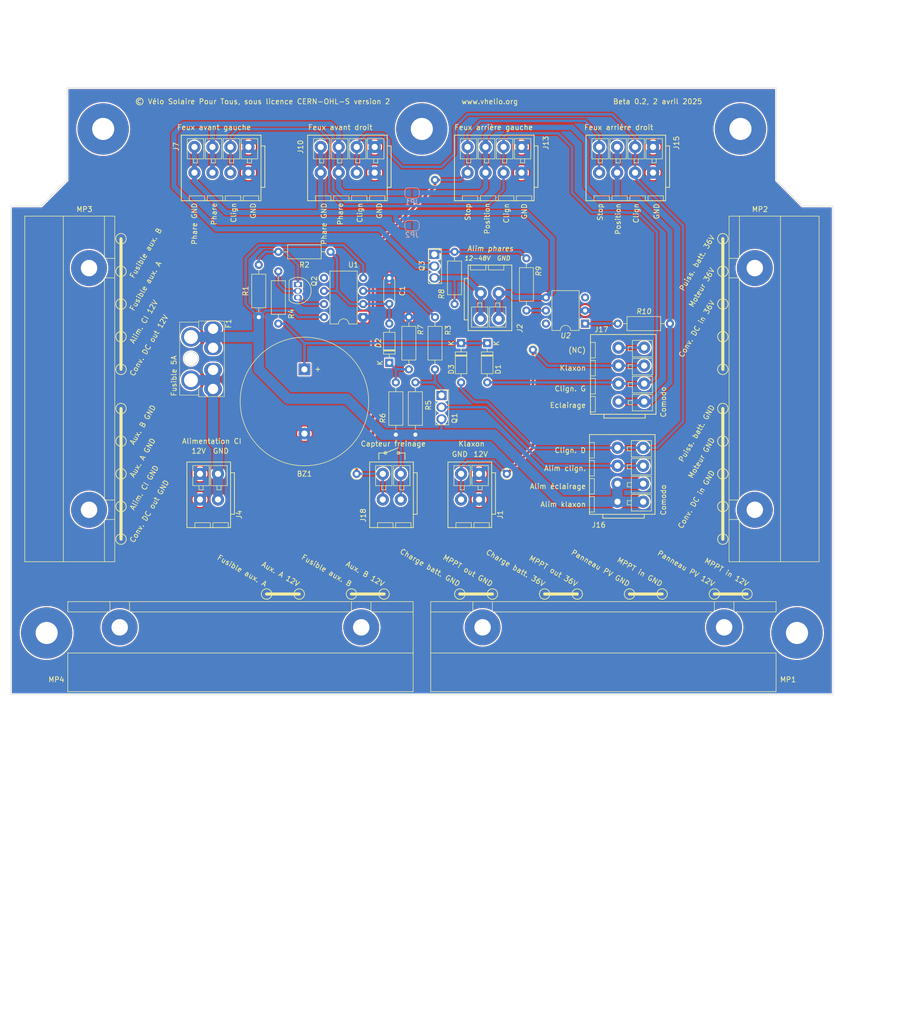
<source format=kicad_pcb>
(kicad_pcb (version 20211014) (generator pcbnew)

  (general
    (thickness 1.6)
  )

  (paper "A4")
  (layers
    (0 "F.Cu" signal)
    (31 "B.Cu" signal)
    (32 "B.Adhes" user "B.Adhesive")
    (33 "F.Adhes" user "F.Adhesive")
    (34 "B.Paste" user)
    (35 "F.Paste" user)
    (36 "B.SilkS" user "B.Silkscreen")
    (37 "F.SilkS" user "F.Silkscreen")
    (38 "B.Mask" user)
    (39 "F.Mask" user)
    (40 "Dwgs.User" user "User.Drawings")
    (41 "Cmts.User" user "User.Comments")
    (42 "Eco1.User" user "User.Eco1")
    (43 "Eco2.User" user "User.Eco2")
    (44 "Edge.Cuts" user)
    (45 "Margin" user)
    (46 "B.CrtYd" user "B.Courtyard")
    (47 "F.CrtYd" user "F.Courtyard")
    (48 "B.Fab" user)
    (49 "F.Fab" user)
    (50 "User.1" user)
    (51 "User.2" user)
    (52 "User.3" user)
    (53 "User.4" user)
    (54 "User.5" user)
    (55 "User.6" user)
    (56 "User.7" user)
    (57 "User.8" user)
    (58 "User.9" user)
  )

  (setup
    (stackup
      (layer "F.SilkS" (type "Top Silk Screen"))
      (layer "F.Paste" (type "Top Solder Paste"))
      (layer "F.Mask" (type "Top Solder Mask") (thickness 0.01))
      (layer "F.Cu" (type "copper") (thickness 0.035))
      (layer "dielectric 1" (type "core") (thickness 1.51) (material "FR4") (epsilon_r 4.5) (loss_tangent 0.02))
      (layer "B.Cu" (type "copper") (thickness 0.035))
      (layer "B.Mask" (type "Bottom Solder Mask") (thickness 0.01))
      (layer "B.Paste" (type "Bottom Solder Paste"))
      (layer "B.SilkS" (type "Bottom Silk Screen"))
      (copper_finish "None")
      (dielectric_constraints no)
    )
    (pad_to_mask_clearance 0)
    (pcbplotparams
      (layerselection 0x00010e0_ffffffff)
      (disableapertmacros false)
      (usegerberextensions false)
      (usegerberattributes true)
      (usegerberadvancedattributes true)
      (creategerberjobfile true)
      (svguseinch false)
      (svgprecision 6)
      (excludeedgelayer true)
      (plotframeref false)
      (viasonmask false)
      (mode 1)
      (useauxorigin false)
      (hpglpennumber 1)
      (hpglpenspeed 20)
      (hpglpendiameter 15.000000)
      (dxfpolygonmode true)
      (dxfimperialunits true)
      (dxfusepcbnewfont true)
      (psnegative false)
      (psa4output false)
      (plotreference true)
      (plotvalue true)
      (plotinvisibletext false)
      (sketchpadsonfab false)
      (subtractmaskfromsilk false)
      (outputformat 1)
      (mirror false)
      (drillshape 0)
      (scaleselection 1)
      (outputdirectory "")
    )
  )

  (net 0 "")
  (net 1 "GND")
  (net 2 "Net-(F1-Pad2)")
  (net 3 "Net-(D1-Pad2)")
  (net 4 "Net-(D3-Pad2)")
  (net 5 "/Phares")
  (net 6 "Net-(J13-Pad4)")
  (net 7 "Net-(J1-Pad2)")
  (net 8 "/Flasher/Out")
  (net 9 "unconnected-(J17-Pad4)")
  (net 10 "/12V_5A")
  (net 11 "Net-(Q1-Pad1)")
  (net 12 "Net-(C1-Pad1)")
  (net 13 "Net-(Q2-Pad1)")
  (net 14 "unconnected-(U1-Pad5)")
  (net 15 "Net-(Q2-Pad2)")
  (net 16 "/Flasher/Enable")
  (net 17 "Net-(Q2-Pad3)")
  (net 18 "Net-(R3-Pad1)")
  (net 19 "Net-(D2-Pad1)")
  (net 20 "Net-(J2-Pad1)")
  (net 21 "Net-(J10-Pad4)")
  (net 22 "Net-(J10-Pad3)")
  (net 23 "Net-(Q3-Pad1)")
  (net 24 "Net-(R9-Pad2)")
  (net 25 "Net-(R10-Pad1)")
  (net 26 "unconnected-(U2-Pad3)")
  (net 27 "unconnected-(U2-Pad6)")

  (footprint "circuit:Wago_221-500_SplicingConnectorHolder" (layer "F.Cu") (at 95.25 82.55 90))

  (footprint "circuit:MountingHole_5mm" (layer "F.Cu") (at 87 130))

  (footprint "circuit:Buzzer_25x16_12.5" (layer "F.Cu") (at 137.16 78.74 -90))

  (footprint "circuit:Wago_221-500_SplicingConnectorHolder" (layer "F.Cu") (at 124.714 128.905 180))

  (footprint "circuit:Generic_FuseHolder_MINI" (layer "F.Cu") (at 119.38 70.85 -90))

  (footprint "Resistor_THT:R_Axial_DIN0207_L6.3mm_D2.5mm_P10.16mm_Horizontal" (layer "F.Cu") (at 166.37 66.04 90))

  (footprint "circuit:TerminalBlock_Wago_2601-3102_1x02_P3.50mm_Vertical" (layer "F.Cu") (at 120.340003 104.06 180))

  (footprint "Resistor_THT:R_Axial_DIN0207_L6.3mm_D2.5mm_P10.16mm_Horizontal" (layer "F.Cu") (at 162.56 68.58 -90))

  (footprint "circuit:MountingHole_5mm" (layer "F.Cu") (at 98 32))

  (footprint "circuit:TerminalBlock_Wago_2601-3104_1x04_P3.50mm_Vertical" (layer "F.Cu") (at 179.4 40.5 180))

  (footprint "Package_DIP:DIP-8_W7.62mm" (layer "F.Cu") (at 148.59 68.58 180))

  (footprint "circuit:Strap_D2.0mm_Drill1.0mm" (layer "F.Cu") (at 176.53 99.06))

  (footprint "circuit:TerminalBlock_Wago_2601-3104_1x04_P3.50mm_Vertical" (layer "F.Cu") (at 205 40.5 180))

  (footprint "Resistor_THT:R_Axial_DIN0207_L6.3mm_D2.5mm_P10.16mm_Horizontal" (layer "F.Cu") (at 180.35 57.15 -90))

  (footprint "circuit:MountingHole_5mm" (layer "F.Cu") (at 222 32))

  (footprint "Diode_THT:D_DO-35_SOD27_P7.62mm_Horizontal" (layer "F.Cu") (at 172.72 73.66 -90))

  (footprint "Resistor_THT:R_Axial_DIN0207_L6.3mm_D2.5mm_P10.16mm_Horizontal" (layer "F.Cu") (at 198.12 69.85))

  (footprint "circuit:TO-92L_Inline" (layer "F.Cu") (at 135.89 62.23 -90))

  (footprint "circuit:TerminalBlock_Wago_2601-3104_1x04_P3.50mm_Vertical" (layer "F.Cu") (at 126.26 40.5 180))

  (footprint "circuit:TO-251-3_Vertical" (layer "F.Cu") (at 162.44 56.38 -90))

  (footprint "Resistor_THT:R_Axial_DIN0207_L6.3mm_D2.5mm_P10.16mm_Horizontal" (layer "F.Cu") (at 157.48 78.74 90))

  (footprint "circuit:TerminalBlock_Wago_2601-3104_1x04_P3.50mm_Vertical" (layer "F.Cu") (at 198.07 104.480004 90))

  (footprint "Resistor_THT:R_Axial_DIN0207_L6.3mm_D2.5mm_P10.16mm_Horizontal" (layer "F.Cu") (at 158.75 91.44 90))

  (footprint "circuit:Wago_221-500_SplicingConnectorHolder" (layer "F.Cu") (at 224.79 82.55 -90))

  (footprint "Resistor_THT:R_Axial_DIN0207_L6.3mm_D2.5mm_P10.16mm_Horizontal" (layer "F.Cu") (at 132.08 59.69 -90))

  (footprint "circuit:MountingHole_5mm" (layer "F.Cu") (at 160 32))

  (footprint "Resistor_THT:R_Axial_DIN0207_L6.3mm_D2.5mm_P10.16mm_Horizontal" (layer "F.Cu") (at 154.94 91.44 90))

  (footprint "circuit:Strap_D2.0mm_Drill1.0mm" (layer "F.Cu") (at 147.32 99.06))

  (footprint "Resistor_THT:R_Axial_DIN0207_L6.3mm_D2.5mm_P10.16mm_Horizontal" (layer "F.Cu") (at 128.27 68.58 90))

  (footprint "Resistor_THT:R_Axial_DIN0207_L6.3mm_D2.5mm_P10.16mm_Horizontal" (layer "F.Cu") (at 132.08 55.88))

  (footprint "circuit:Strap_D2.0mm_Drill1.0mm" (layer "F.Cu") (at 181.61 74.93))

  (footprint "Package_DIP:DIP-6_W7.62mm" (layer "F.Cu") (at 191.77 69.85 180))

  (footprint "Capacitor_THT:C_Disc_D4.3mm_W1.9mm_P5.00mm" (layer "F.Cu") (at 153.67 66 90))

  (footprint "circuit:Strap_D2.0mm_Drill1.0mm" (layer "F.Cu") (at 162.549996 41.91))

  (footprint "circuit:TerminalBlock_Wago_2601-3102_1x02_P3.50mm_Vertical" (layer "F.Cu") (at 171.46 63.9199))

  (footprint "Diode_THT:D_DO-35_SOD27_P7.62mm_Horizontal" (layer "F.Cu") (at 167.64 73.66 -90))

  (footprint "circuit:TerminalBlock_Wago_2601-3102_1x02_P3.50mm_Vertical" (layer "F.Cu") (at 171.140003 104.06 180))

  (footprint "circuit:Wago_221-500_SplicingConnectorHolder" (layer "F.Cu") (at 195.326 128.905 180))

  (footprint "circuit:TerminalBlock_Wago_2601-3102_1x02_P3.50mm_Vertical" (layer "F.Cu") (at 155.900003 104.06 180))

  (footprint "circuit:TerminalBlock_Wago_2601-3104_1x04_P3.50mm_Vertical" (layer "F.Cu")
    (tedit 67E5B593) (tstamp f0bb7a02-0e1b-4bf1-a79e-b4feecadb0c8)
    (at 198.2698 85.014998 90)
    (tags "Wago 2601-3104")
    (property "Sheetfile" "circuit.kicad_sch")
    (property "Sheetname" "")
    (path "/90f52f81-ab5d-4820-9fad-61f0087c4bbf")
    (attr through_hole)
    (fp_text reference "J17" (at 14.014998 -4.7698 unlocked) (layer "F.SilkS")
      (effects (font (size 1 1) (thickness 0.15)) (justify left))
      (tstamp 00f6a67c-a032-469e-9560-b139d4e1b4a7)
    )
    (fp_text value "Conn_Comodo_B" (at 4.925002 -2.9599 90 unlocked) (layer "F.Fab")
      (effects (font (size 1 1) (thickness 0.15)))
      (tstamp 4d65018e-4d1b-43c4-a8bd-5faea86df2b4)
    )
    (fp_text user "${REFERENCE}" (at -2.5 -3.5 90 unlocked) (layer "F.Fab")
      (effects (font (size 1 1) (thickness 0.15)) (justify left))
      (tstamp 382ce14f-0b78-4c2d-9fe1-67023cc607e4)
    )
    (fp_line (start 9.900004 1.9) (end 9.900004 2.7) (layer "F.SilkS") (width 0.12) (tstamp 0f81970b-f55e-4039-a8ff-40c0a07bab88))
    (fp_line (start -2.449998 -2.849999) (end -3.199999 -2.849999) (layer "F.SilkS") (width 0.1524) (tstamp 28449fbe-c83c-4caf-9302-16b9df6b395f))
    (fp_line (start 3.700004 2.7) (end 3.700004 1.9) (layer "F.SilkS") (width 0.12) (tstamp 2dc87334-fd40-4e01-9fef-3fdc57ef4547))
    (fp_line (start 11.500004 -5.5) (end 11.500004 -4.5) (layer "F.SilkS") (width 0.12) (tstamp 2de38d86-7c82-418c-99ca-14d4f0d099d3))
    (fp_line (start 8.700004 2.7) (end 11.900004 2.7) (layer "F.SilkS") (width 0.12) (tstamp 2f670aab-9e89-41fe-876d-bce239efa431))
    (fp_line (start 8.700004 6.6) (end 8.700004 2.7) (layer "F.SilkS") (width 0.12) (tstamp 355967bb-76d7-417b-99f5-a39dd20a6464))
    (fp_line (start 8.000004 -5.5) (end 8.000004 -4.5) (layer "F.SilkS") (width 0.12) (tstamp 3b15cc06-7d3c-4626-808e-cdda2174d896))
    (fp_line (start 7.200004 1.9) (end 6.400004 1.9) (layer "F.SilkS") (width 0.12) (tstamp 3d349242-813e-4b0d-b017-d7c82e86c036))
    (fp_line (start 5.200004 2.7) (end 8.400004 2.7) (layer "F.SilkS") (width 0.12) (tstamp 3f9478d4-122a-4960-956c-35916e723b41))
    (fp_line (start 8.400004 2.7) (end 8.400004 6.6) (layer "F.SilkS") (width 0.12) (tstamp 40305e0e-c9f1-49e6-9a11-38396c5aad44))
    (fp_line (start -2.449998 5.2) (end -3.199999 5.2) (layer "F.SilkS") (width 0.1524) (tstamp 4ca74f24-ecf3-4ff5-afc6-b10ba78ad56b))
    (fp_line (start 8.000004 -4.5) (end 5.000004 -4.5) (layer "F.SilkS") (width 0.12) (tstamp 4e9d9bbb-bb4b-4f71-a57a-a915249deb73))
    (fp_line (start 0.200004 1.9) (end -0.599996 1.9) (layer "F.SilkS") (width 0.12) (tstamp 518648e5-4c77-424a-b965-aef22f525c53))
    (fp_line (start 8.500004 -4.5) (end 8.500004 -5.5) (layer "F.SilkS") (width 0.12) (tstamp 5194aa52-8a01-4b48-9fe0-6f06965993f4))
    (fp_line (start 5.200004 6.6) (end 5.200004 2.7) (layer "F.SilkS") (width 0.12) (tstamp 580bcbef-c9c2-457f-8868-2dffbabb4aea))
    (fp_line (start 1.400004 6.6) (end -1.799996 6.6) (layer "F.SilkS") (width 0.12) (tstamp 67dceaff-b3ab-4673-8804-ffccf009d830))
    (fp_line (start -2.449999 7.300001) (end -2.449999 -5.449999) (layer "F.SilkS") (width 0.1524) (tstamp 6a44edfe-2ae4-4a26-af04-29021170551e))
    (fp_line (start 7.200004 2.7) (end 7.200004 1.9) (layer "F.SilkS") (width 0.12) (tstamp 6bac8064-9e5b-4360-8ae1-29dc97f679dc))
    (fp_line (start 8.400004 6.6) (end 5.200004 6.6) (layer "F.SilkS") (width 0.12) (tstamp 710a512b-7b56-4f7f-bfcb-35465a2e76f9))
    (fp_line (start -1.999996 -4.5) (end -1.999996 -5.5) (layer "F.SilkS") (width 0.12) (tstamp 76d14182-5fab-4f07-b34a-9bc7b5ea7c05))
    (fp_line (start 1.000004 -5.5) (end 1.000004 -4.5) (layer "F.SilkS") (width 0.12) (tstamp 79415c1b-cc22-4b7c-bc05-fd9d3e052059))
    (fp_line (start 11.900004 6.6) (end 8.700004 6.6) (layer "F.SilkS") (width 0.12) (tstamp 7aceb50e-cb67-4afd-9c8c-716237856cce))
    (fp_line (start 1.500004 -4.5) (end 1.500004 -5.5) (layer "F.SilkS") (width 0.12) (tstamp 7dc8afb2-47e3-4136-9ae3-dbe9b5c6384f))
    (fp_line (start 2.900004 1.9) (end 2.900004 2.7) (layer "F.SilkS") (width 0.12) (tstamp 7f0652db-34e0-4fb2-8abe-37eb1d07dc0f))
    (fp_line (start 1.000004 -4.5) (end -1.999996 -4.5) (layer "F.SilkS") (width 0.12) (tstamp 8d059e65-4e84-42b9-8a98-f1a833ba10dc))
    (fp_line (start 10.700004 2.7) (end 10.700004 1.9) (layer "F.SilkS") (width 0.12) (tstamp 91c13ed2-1035-4e8a-b348-26e573bcfce9))
    (fp_line (start 4.500004 -4.5) (end 1.500004 -4.5) (layer "F.SilkS") (width 0.12) (tstamp 922db659-b88c-4732-a911-2b45c05f13fc))
    (fp_line (start 11.500004 -4.5) (end 8.500004 -4.5) (layer "F.SilkS") (width 0.12) (tstamp 94bbdd44-f7f7-4f1f-93b7-2ab019235a58))
    (fp_line (start 4.900004 2.7) (end 4.900004 6.6) (layer "F.SilkS") (width 0.12) (tstamp 9c465d0a-3acf-44e4-926b-a8e6ae8ccd7b))
    (fp_line (start -2.449999 7.300001) (end 13.050002 7.300001) (layer "F.SilkS") (width 0.1524) (tstamp 9c8e37e8-5fb2-4bbf-bf72-b7b396f9cb47))
    (fp_line (start -0.599996 1.9) (end -0.599996 2.7) (layer "F.SilkS") (width 0.12) (tstamp 9f7adb6b-5df9-4d03-b0e6-cbdba04bf2fb))
    (fp_line (start 13.050002 -5.449999) (end 13.050002 7.300001) (layer "F.SilkS") (width 0.1524) (tstamp a02123a2-48d6-42d7-8224-1acec1028ae3))
    (fp_line (start 3.700004 1.9) (end 2.900004 1.9) (layer "F.SilkS") (width 0.12) (tstamp aa519abb-0e99-4d57-a68c-08794f0a2550))
    (fp_line (start 1.400004 2.7) (end 1.400004 6.6) (layer "F.SilkS") (width 0.12) (tstamp ac060b34-f677-47ee-900d-de2d436a0594))
    (fp_line (start -2.449999 -5.449999) (end 13.050002 -5.449999) (layer "F.SilkS") (width 0.1524) (tstamp b3d2b3b2-eee3-4354-96ae-35ebc3a7e3fd))
    (fp_line (start -1.799996 2.7) (end 1.400004 2.7) (layer "F.SilkS") (width 0.12) (tstamp b5439700-fda7-4956-b08c-8949e60f6fe5))
    (fp_line (start 4.900004 6.6) (end 1.700004 6.6) (layer "F.SilkS") (width 0.12) (tstamp bc4499ed-d675-4463-a987-f8cd58a9102c))
    (fp_line (start -1.799996 6.6) (end -1.799996 2.7) (layer "F.SilkS") (width 0.12) (tstamp d026afe8-5538-4de1-aecf-36ce48ac0de0))
    (fp_line (start 0.200004 2.7) (end 0.200004 1.9) (layer "F.SilkS") (width 0.12) (tstamp d3a2aff2-5f28-4465-9188-48602e8e75cc))
    (fp_line (start 5.000004 -4.5) (end 5.000004 -5.5) (layer "F.SilkS") (width 0.12) (tstamp d96154b3-e481-4778-addc-507db9c3272d))
    (fp_line (start 1.700004 2.7) (end 4.900004 2.7) (layer "F.SilkS") (width 0.12) (tstamp e2bdcc34-a8c3-4e8f-a2ac-f5a61abfc6ba))
    (fp_line (start 11.900004 2.7) (end 11.900004 6.6) (layer "F.SilkS") (width 0.12) (tstamp e50054c1-942f-418a-bfd7-d248cd0d4c57))
    (fp_line (start 1.700004 6.6) (end 1.700004 2.7) (layer "F.SilkS") (width 0.12) (tstamp ec0b3062-fec8-4159-b282-3c3e632ad68c))
    (fp_line (start 10.700004 1.9) (end 9.900004 1.9) (layer "F.SilkS") (width 0.12) (tstamp f149694e-4336-45f7-8a0b-aed91118ad18))
    (fp_line (start 4.500004 -5.5) (end 4.500004 -4.5) (layer "F.SilkS") (width 0.12) (tstamp f98a1b91-9aa3-4c7d-9ab6-cc42f1ef1222))
    (fp_line (start -3.199999 5.2) (end -3.199999 -2.849999) (layer "F.SilkS") (width 0.1524) (tstamp fa554101-4328-4c98-9592-c6659e0acd71))
    (fp_line (start 6.400004 1.9) (end 6.400004 2.7) (layer "F.SilkS") (width 0.12) (tstamp fbdeacd2-5f57-493f-956d-539f97abf67b))
    (fp_line (start 13.304002 7.554001) (end 13.304002 -5.703999) (layer "F.CrtYd") (width 0.1524) (tstamp 110e359e-5f88-4430-8754-51124b3f8591))
    (fp_line (start -3.453998 7.554001) (end 13.304002 7.554001) (layer "F.CrtYd") (width 0.1524) (tstamp d80c7616-7cc4-4a44-a28a-538f77882cc1))
    (fp_line (start 13.304002 -5.703999) (end -3.453998 -5.703999) (layer "F.CrtYd") (width 0.1524) (tstamp f6dd3a30-118f-450f-a0e1-e755e60c59b2))
    (fp_line (start -3.453998 -5.703999) (end -3.453998 7.554001) (layer "F.CrtYd") (width 0.1524) (tstamp ffb2a04f-519f-4d64-837d-926b42c94e96))
    (fp_line (start 5.000004 -5.5) (end 8.000004 -5.5) (layer "F.Fab") (width 0.1) (tstamp 037de9aa-a34e-4431-8769-841d7d04060a))
    (fp_line (start 4.500004 -13.5) (end 1.500004 -13.5) (layer "F.Fab") (width 0.1) (tstamp 04c74dd5-f6c8-4c9d-8c28-3b17ac54986b))
    (fp_line (start -1.999996 -5.5) (end 1.000004 -5.5) (layer "F.Fab") (width 0.1) (tstamp 0653ab69-e029-4b96-ac20-3fc5f586df4c))
    (fp_line (start 11.500004 -5.5) (end 11.500004 -13.5) (layer "F.Fab") (width 0.1) (tstamp 18a17eb6-f45e-4c15-bce2-217ce6b1e774))
    (fp_line (start 4.500004 -5.5) (end 4.500004 -13.5) (layer "F.Fab") (width 0.1) (tstamp 264d62b2-4dce-43cb-8ed6-cc9704332239))
    (fp_line (start 8.000004 -13.5) (end 5.000004 -13.5) (layer "F.Fab") (width 0.1) (tstamp 2af80b09-e4ec-4fbf-9a6a-889b6439a0cb))
    (fp_line (start 8.000004 -5.5) (end 8.000004 -13.5) (layer "F.Fab") (width 0.1) (tstamp 2c831197-3673-4a55-945e-4f3263f57df0))
    (fp_line (start 1.500004 -13.5) (end 1.500004 -5.5) (layer "F.Fab") (width 0.1) (
... [1193203 chars truncated]
</source>
